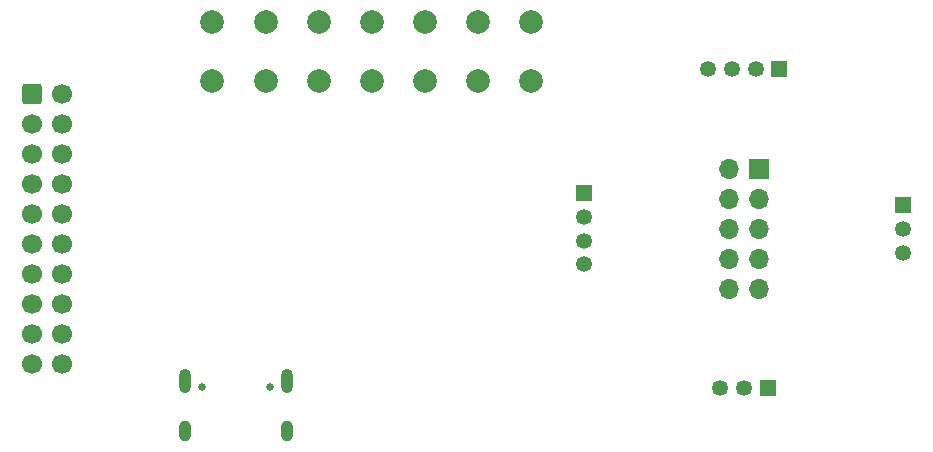
<source format=gbr>
%TF.GenerationSoftware,KiCad,Pcbnew,9.0.2-9.0.2-0~ubuntu24.04.1*%
%TF.CreationDate,2025-07-11T12:15:57+05:30*%
%TF.ProjectId,Programmer_rev01,50726f67-7261-46d6-9d65-725f72657630,rev?*%
%TF.SameCoordinates,Original*%
%TF.FileFunction,Soldermask,Bot*%
%TF.FilePolarity,Negative*%
%FSLAX46Y46*%
G04 Gerber Fmt 4.6, Leading zero omitted, Abs format (unit mm)*
G04 Created by KiCad (PCBNEW 9.0.2-9.0.2-0~ubuntu24.04.1) date 2025-07-11 12:15:57*
%MOMM*%
%LPD*%
G01*
G04 APERTURE LIST*
G04 Aperture macros list*
%AMRoundRect*
0 Rectangle with rounded corners*
0 $1 Rounding radius*
0 $2 $3 $4 $5 $6 $7 $8 $9 X,Y pos of 4 corners*
0 Add a 4 corners polygon primitive as box body*
4,1,4,$2,$3,$4,$5,$6,$7,$8,$9,$2,$3,0*
0 Add four circle primitives for the rounded corners*
1,1,$1+$1,$2,$3*
1,1,$1+$1,$4,$5*
1,1,$1+$1,$6,$7*
1,1,$1+$1,$8,$9*
0 Add four rect primitives between the rounded corners*
20,1,$1+$1,$2,$3,$4,$5,0*
20,1,$1+$1,$4,$5,$6,$7,0*
20,1,$1+$1,$6,$7,$8,$9,0*
20,1,$1+$1,$8,$9,$2,$3,0*%
G04 Aperture macros list end*
%ADD10C,2.000000*%
%ADD11C,1.350000*%
%ADD12R,1.350000X1.350000*%
%ADD13O,1.000000X1.800000*%
%ADD14O,1.000000X2.100000*%
%ADD15C,0.650000*%
%ADD16R,1.700000X1.700000*%
%ADD17O,1.700000X1.700000*%
%ADD18RoundRect,0.250000X-0.600000X-0.600000X0.600000X-0.600000X0.600000X0.600000X-0.600000X0.600000X0*%
%ADD19C,1.700000*%
G04 APERTURE END LIST*
D10*
%TO.C,TP11*%
X74000000Y-82500000D03*
%TD*%
D11*
%TO.C,J4*%
X112500000Y-113500000D03*
X114500000Y-113500000D03*
D12*
X116500000Y-113500000D03*
%TD*%
D11*
%TO.C,J3*%
X128000000Y-102000000D03*
X128000000Y-100000000D03*
D12*
X128000000Y-98000000D03*
%TD*%
D11*
%TO.C,J5*%
X111500000Y-86500000D03*
X113500000Y-86500000D03*
X115500000Y-86500000D03*
D12*
X117500000Y-86500000D03*
%TD*%
D11*
%TO.C,J2*%
X101000000Y-103000000D03*
X101000000Y-101000000D03*
X101000000Y-99000000D03*
D12*
X101000000Y-97000000D03*
%TD*%
D13*
%TO.C,J7*%
X75820000Y-117075000D03*
D14*
X75820000Y-112875000D03*
D13*
X67180000Y-117075000D03*
D14*
X67180000Y-112875000D03*
D15*
X74390000Y-113395000D03*
X68610000Y-113395000D03*
%TD*%
D10*
%TO.C,TP14*%
X96500000Y-87500000D03*
%TD*%
%TO.C,TP13*%
X78500000Y-82500000D03*
%TD*%
%TO.C,TP12*%
X78500000Y-87500000D03*
%TD*%
%TO.C,TP10*%
X92000000Y-82500000D03*
%TD*%
%TO.C,TP9*%
X92000000Y-87500000D03*
%TD*%
%TO.C,TP8*%
X96500000Y-82500000D03*
%TD*%
%TO.C,TP7*%
X83000000Y-82500000D03*
%TD*%
%TO.C,TP6*%
X83000000Y-87500000D03*
%TD*%
%TO.C,TP5*%
X87500000Y-82500000D03*
%TD*%
%TO.C,TP4*%
X87500000Y-87500000D03*
%TD*%
%TO.C,TP3*%
X69500000Y-87500000D03*
%TD*%
%TO.C,TP2*%
X74000000Y-87500000D03*
%TD*%
%TO.C,TP1*%
X69500000Y-82500000D03*
%TD*%
D16*
%TO.C,J6*%
X115800000Y-94900000D03*
D17*
X113260000Y-94900000D03*
X115800000Y-97440000D03*
X113260000Y-97440000D03*
X115800000Y-99980000D03*
X113260000Y-99980000D03*
X115800000Y-102520000D03*
X113260000Y-102520000D03*
X115800000Y-105060000D03*
X113260000Y-105060000D03*
%TD*%
D18*
%TO.C,J1*%
X54247500Y-88570000D03*
D19*
X56787500Y-88570000D03*
X54247500Y-91110000D03*
X56787500Y-91110000D03*
X54247500Y-93650000D03*
X56787500Y-93650000D03*
X54247500Y-96190000D03*
X56787500Y-96190000D03*
X54247500Y-98730000D03*
X56787500Y-98730000D03*
X54247500Y-101270000D03*
X56787500Y-101270000D03*
X54247500Y-103810000D03*
X56787500Y-103810000D03*
X54247500Y-106350000D03*
X56787500Y-106350000D03*
X54247500Y-108890000D03*
X56787500Y-108890000D03*
X54247500Y-111430000D03*
X56787500Y-111430000D03*
%TD*%
M02*

</source>
